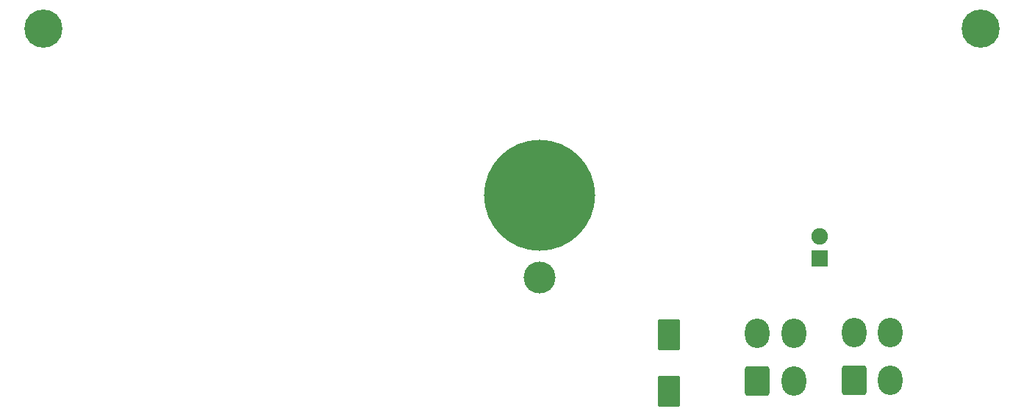
<source format=gbr>
%TF.GenerationSoftware,KiCad,Pcbnew,(6.0.9)*%
%TF.CreationDate,2023-04-01T12:37:20-08:00*%
%TF.ProjectId,FCS PANEL,46435320-5041-44e4-954c-2e6b69636164,3*%
%TF.SameCoordinates,Original*%
%TF.FileFunction,Soldermask,Bot*%
%TF.FilePolarity,Negative*%
%FSLAX46Y46*%
G04 Gerber Fmt 4.6, Leading zero omitted, Abs format (unit mm)*
G04 Created by KiCad (PCBNEW (6.0.9)) date 2023-04-01 12:37:20*
%MOMM*%
%LPD*%
G01*
G04 APERTURE LIST*
G04 Aperture macros list*
%AMRoundRect*
0 Rectangle with rounded corners*
0 $1 Rounding radius*
0 $2 $3 $4 $5 $6 $7 $8 $9 X,Y pos of 4 corners*
0 Add a 4 corners polygon primitive as box body*
4,1,4,$2,$3,$4,$5,$6,$7,$8,$9,$2,$3,0*
0 Add four circle primitives for the rounded corners*
1,1,$1+$1,$2,$3*
1,1,$1+$1,$4,$5*
1,1,$1+$1,$6,$7*
1,1,$1+$1,$8,$9*
0 Add four rect primitives between the rounded corners*
20,1,$1+$1,$2,$3,$4,$5,0*
20,1,$1+$1,$4,$5,$6,$7,0*
20,1,$1+$1,$6,$7,$8,$9,0*
20,1,$1+$1,$8,$9,$2,$3,0*%
G04 Aperture macros list end*
%ADD10C,12.800000*%
%ADD11C,3.672000*%
%ADD12C,4.400000*%
%ADD13RoundRect,0.300000X-1.000000X1.500000X-1.000000X-1.500000X1.000000X-1.500000X1.000000X1.500000X0*%
%ADD14RoundRect,0.300001X-1.099999X-1.399999X1.099999X-1.399999X1.099999X1.399999X-1.099999X1.399999X0*%
%ADD15O,2.800000X3.400000*%
%ADD16RoundRect,0.050000X0.900000X-0.900000X0.900000X0.900000X-0.900000X0.900000X-0.900000X-0.900000X0*%
%ADD17C,1.900000*%
G04 APERTURE END LIST*
D10*
%TO.C,1*%
X147350894Y-70837146D03*
D11*
X147350894Y-80362146D03*
D10*
X147350894Y-70837146D03*
%TD*%
D12*
%TO.C,1*%
X90200894Y-51660146D03*
%TD*%
%TO.C,2*%
X198150894Y-51660146D03*
%TD*%
D13*
%TO.C,C1*%
X162242000Y-86997400D03*
X162242000Y-93497400D03*
%TD*%
D14*
%TO.C,J1*%
X183547000Y-92217200D03*
D15*
X187747000Y-92217200D03*
X183547000Y-86717200D03*
X187747000Y-86717200D03*
%TD*%
D14*
%TO.C,J2*%
X172424000Y-92288400D03*
D15*
X176624000Y-92288400D03*
X172424000Y-86788400D03*
X176624000Y-86788400D03*
%TD*%
D16*
%TO.C,D24*%
X179624000Y-78155800D03*
D17*
X179624000Y-75615800D03*
%TD*%
M02*

</source>
